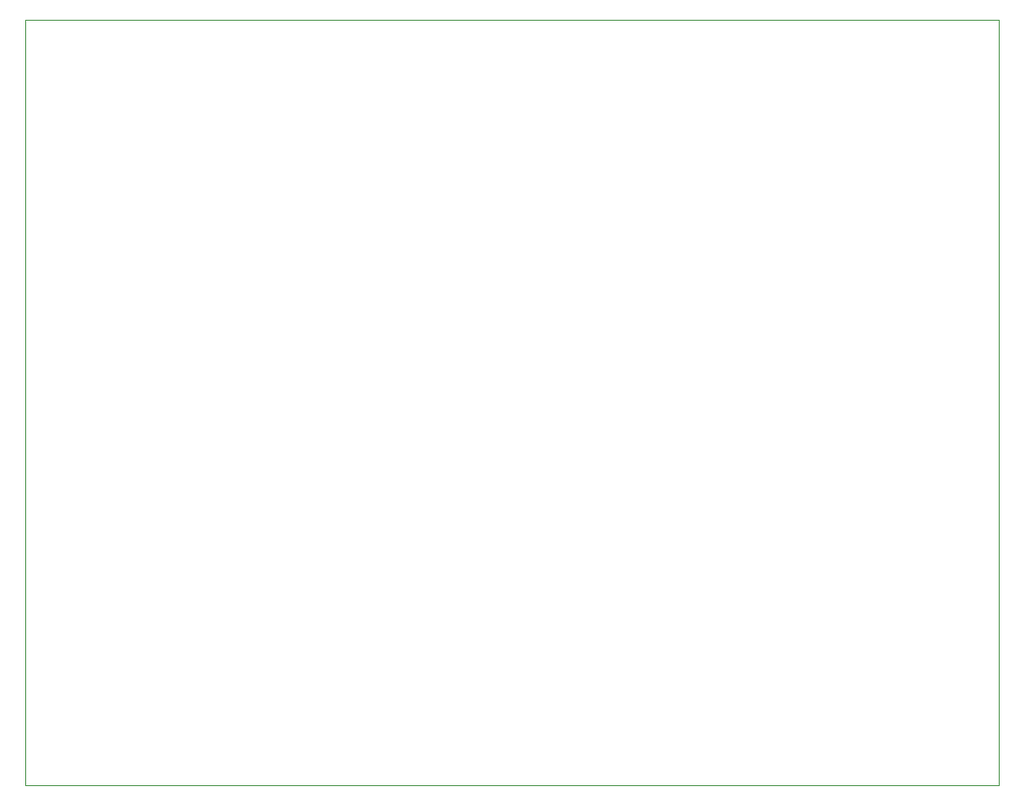
<source format=gbr>
%TF.GenerationSoftware,KiCad,Pcbnew,(6.0.0)*%
%TF.CreationDate,2022-12-17T21:28:13-05:00*%
%TF.ProjectId,TPA3255PBTL,54504133-3235-4355-9042-544c2e6b6963,rev?*%
%TF.SameCoordinates,Original*%
%TF.FileFunction,Profile,NP*%
%FSLAX46Y46*%
G04 Gerber Fmt 4.6, Leading zero omitted, Abs format (unit mm)*
G04 Created by KiCad (PCBNEW (6.0.0)) date 2022-12-17 21:28:13*
%MOMM*%
%LPD*%
G01*
G04 APERTURE LIST*
%TA.AperFunction,Profile*%
%ADD10C,0.100000*%
%TD*%
G04 APERTURE END LIST*
D10*
X72000000Y-44000000D02*
X72000000Y-116000000D01*
X72000000Y-116000000D02*
X163500000Y-116000000D01*
X163500000Y-116000000D02*
X163500000Y-44000000D01*
X163500000Y-44000000D02*
X72000000Y-44000000D01*
M02*

</source>
